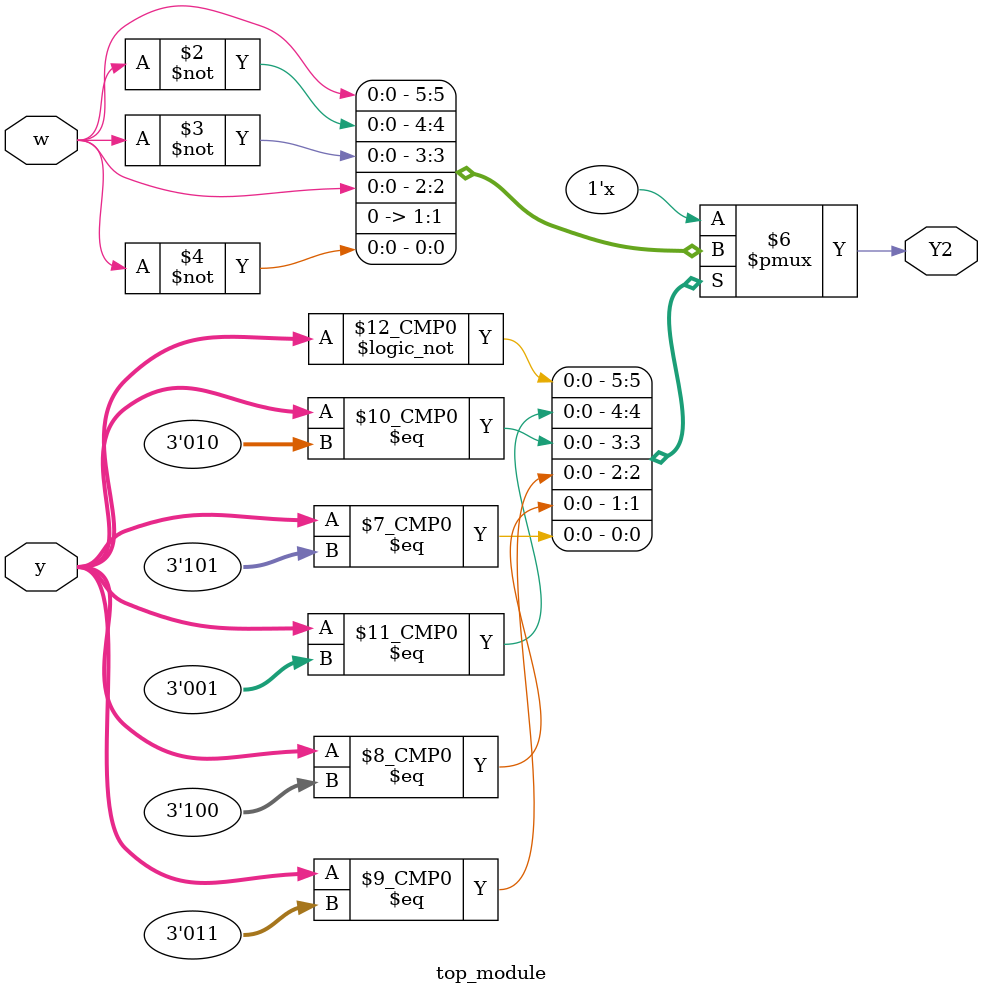
<source format=sv>
module top_module(
    input [3:1] y,
    input w,
    output reg Y2
);

always @(*) begin
    case (y)
        3'b000: // State A
            Y2 = w;
        3'b001: // State B
            Y2 = ~w;
        3'b010: // State C
            Y2 = ~w;
        3'b011: // State D
            Y2 = w;
        3'b100: // State E
            Y2 = 1'b0;
        3'b101: // State F
            Y2 = ~w;
        default:
            Y2 = 1'bx;
    endcase
end

endmodule

</source>
